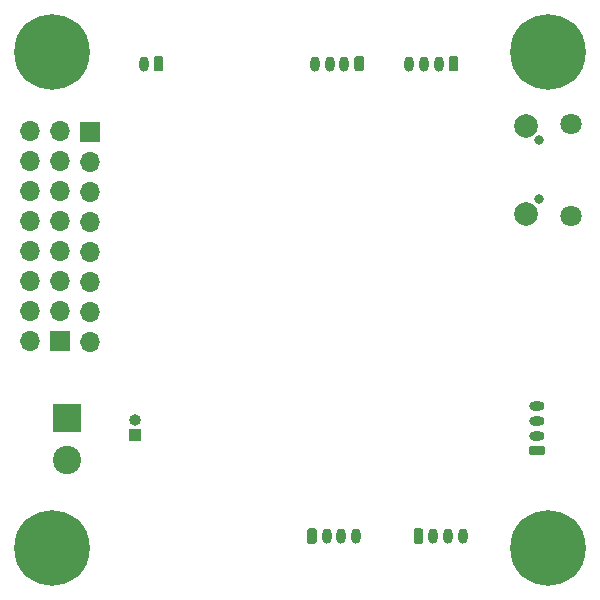
<source format=gbr>
G04 #@! TF.GenerationSoftware,KiCad,Pcbnew,(5.1.5)-3*
G04 #@! TF.CreationDate,2019-12-16T19:18:17+01:00*
G04 #@! TF.ProjectId,HadesMicroJLCPCB,48616465-734d-4696-9372-6f4a4c435043,rev?*
G04 #@! TF.SameCoordinates,Original*
G04 #@! TF.FileFunction,Soldermask,Bot*
G04 #@! TF.FilePolarity,Negative*
%FSLAX46Y46*%
G04 Gerber Fmt 4.6, Leading zero omitted, Abs format (unit mm)*
G04 Created by KiCad (PCBNEW (5.1.5)-3) date 2019-12-16 19:18:17*
%MOMM*%
%LPD*%
G04 APERTURE LIST*
%ADD10C,6.400000*%
%ADD11C,0.800000*%
%ADD12C,2.400000*%
%ADD13R,2.400000X2.400000*%
%ADD14C,0.100000*%
%ADD15O,0.800000X1.300000*%
%ADD16O,1.300000X0.800000*%
%ADD17R,1.000000X1.000000*%
%ADD18O,1.000000X1.000000*%
%ADD19R,1.700000X1.700000*%
%ADD20O,1.700000X1.700000*%
%ADD21C,2.000000*%
%ADD22C,1.800000*%
G04 APERTURE END LIST*
D10*
X66000000Y-66000000D03*
D11*
X68400000Y-66000000D03*
X67697056Y-67697056D03*
X66000000Y-68400000D03*
X64302944Y-67697056D03*
X63600000Y-66000000D03*
X64302944Y-64302944D03*
X66000000Y-63600000D03*
X67697056Y-64302944D03*
X25697056Y-64302944D03*
X24000000Y-63600000D03*
X22302944Y-64302944D03*
X21600000Y-66000000D03*
X22302944Y-67697056D03*
X24000000Y-68400000D03*
X25697056Y-67697056D03*
X26400000Y-66000000D03*
D10*
X24000000Y-66000000D03*
X24000000Y-24000000D03*
D11*
X26400000Y-24000000D03*
X25697056Y-25697056D03*
X24000000Y-26400000D03*
X22302944Y-25697056D03*
X21600000Y-24000000D03*
X22302944Y-22302944D03*
X24000000Y-21600000D03*
X25697056Y-22302944D03*
X67697056Y-22302944D03*
X66000000Y-21600000D03*
X64302944Y-22302944D03*
X63600000Y-24000000D03*
X64302944Y-25697056D03*
X66000000Y-26400000D03*
X67697056Y-25697056D03*
X68400000Y-24000000D03*
D10*
X66000000Y-24000000D03*
D12*
X25298400Y-58516400D03*
D13*
X25298400Y-55016400D03*
D14*
G36*
X46219603Y-64350963D02*
G01*
X46239018Y-64353843D01*
X46258057Y-64358612D01*
X46276537Y-64365224D01*
X46294279Y-64373616D01*
X46311114Y-64383706D01*
X46326879Y-64395398D01*
X46341421Y-64408579D01*
X46354602Y-64423121D01*
X46366294Y-64438886D01*
X46376384Y-64455721D01*
X46384776Y-64473463D01*
X46391388Y-64491943D01*
X46396157Y-64510982D01*
X46399037Y-64530397D01*
X46400000Y-64550000D01*
X46400000Y-65450000D01*
X46399037Y-65469603D01*
X46396157Y-65489018D01*
X46391388Y-65508057D01*
X46384776Y-65526537D01*
X46376384Y-65544279D01*
X46366294Y-65561114D01*
X46354602Y-65576879D01*
X46341421Y-65591421D01*
X46326879Y-65604602D01*
X46311114Y-65616294D01*
X46294279Y-65626384D01*
X46276537Y-65634776D01*
X46258057Y-65641388D01*
X46239018Y-65646157D01*
X46219603Y-65649037D01*
X46200000Y-65650000D01*
X45800000Y-65650000D01*
X45780397Y-65649037D01*
X45760982Y-65646157D01*
X45741943Y-65641388D01*
X45723463Y-65634776D01*
X45705721Y-65626384D01*
X45688886Y-65616294D01*
X45673121Y-65604602D01*
X45658579Y-65591421D01*
X45645398Y-65576879D01*
X45633706Y-65561114D01*
X45623616Y-65544279D01*
X45615224Y-65526537D01*
X45608612Y-65508057D01*
X45603843Y-65489018D01*
X45600963Y-65469603D01*
X45600000Y-65450000D01*
X45600000Y-64550000D01*
X45600963Y-64530397D01*
X45603843Y-64510982D01*
X45608612Y-64491943D01*
X45615224Y-64473463D01*
X45623616Y-64455721D01*
X45633706Y-64438886D01*
X45645398Y-64423121D01*
X45658579Y-64408579D01*
X45673121Y-64395398D01*
X45688886Y-64383706D01*
X45705721Y-64373616D01*
X45723463Y-64365224D01*
X45741943Y-64358612D01*
X45760982Y-64353843D01*
X45780397Y-64350963D01*
X45800000Y-64350000D01*
X46200000Y-64350000D01*
X46219603Y-64350963D01*
G37*
D15*
X47250000Y-65000000D03*
X48500000Y-65000000D03*
X49750000Y-65000000D03*
D16*
X65050800Y-54005400D03*
X65050800Y-55255400D03*
X65050800Y-56505400D03*
D14*
G36*
X65520403Y-57356363D02*
G01*
X65539818Y-57359243D01*
X65558857Y-57364012D01*
X65577337Y-57370624D01*
X65595079Y-57379016D01*
X65611914Y-57389106D01*
X65627679Y-57400798D01*
X65642221Y-57413979D01*
X65655402Y-57428521D01*
X65667094Y-57444286D01*
X65677184Y-57461121D01*
X65685576Y-57478863D01*
X65692188Y-57497343D01*
X65696957Y-57516382D01*
X65699837Y-57535797D01*
X65700800Y-57555400D01*
X65700800Y-57955400D01*
X65699837Y-57975003D01*
X65696957Y-57994418D01*
X65692188Y-58013457D01*
X65685576Y-58031937D01*
X65677184Y-58049679D01*
X65667094Y-58066514D01*
X65655402Y-58082279D01*
X65642221Y-58096821D01*
X65627679Y-58110002D01*
X65611914Y-58121694D01*
X65595079Y-58131784D01*
X65577337Y-58140176D01*
X65558857Y-58146788D01*
X65539818Y-58151557D01*
X65520403Y-58154437D01*
X65500800Y-58155400D01*
X64600800Y-58155400D01*
X64581197Y-58154437D01*
X64561782Y-58151557D01*
X64542743Y-58146788D01*
X64524263Y-58140176D01*
X64506521Y-58131784D01*
X64489686Y-58121694D01*
X64473921Y-58110002D01*
X64459379Y-58096821D01*
X64446198Y-58082279D01*
X64434506Y-58066514D01*
X64424416Y-58049679D01*
X64416024Y-58031937D01*
X64409412Y-58013457D01*
X64404643Y-57994418D01*
X64401763Y-57975003D01*
X64400800Y-57955400D01*
X64400800Y-57555400D01*
X64401763Y-57535797D01*
X64404643Y-57516382D01*
X64409412Y-57497343D01*
X64416024Y-57478863D01*
X64424416Y-57461121D01*
X64434506Y-57444286D01*
X64446198Y-57428521D01*
X64459379Y-57413979D01*
X64473921Y-57400798D01*
X64489686Y-57389106D01*
X64506521Y-57379016D01*
X64524263Y-57370624D01*
X64542743Y-57364012D01*
X64561782Y-57359243D01*
X64581197Y-57356363D01*
X64600800Y-57355400D01*
X65500800Y-57355400D01*
X65520403Y-57356363D01*
G37*
D17*
X31013400Y-56438800D03*
D18*
X31013400Y-55168800D03*
D19*
X24638000Y-48514000D03*
D20*
X22098000Y-48514000D03*
X24638000Y-45974000D03*
X22098000Y-45974000D03*
X24638000Y-43434000D03*
X22098000Y-43434000D03*
X24638000Y-40894000D03*
X22098000Y-40894000D03*
X24638000Y-38354000D03*
X22098000Y-38354000D03*
X24638000Y-35814000D03*
X22098000Y-35814000D03*
X24638000Y-33274000D03*
X22098000Y-33274000D03*
X24638000Y-30734000D03*
X22098000Y-30734000D03*
D19*
X27178000Y-30759400D03*
D20*
X27178000Y-33299400D03*
X27178000Y-35839400D03*
X27178000Y-38379400D03*
X27178000Y-40919400D03*
X27178000Y-43459400D03*
X27178000Y-45999400D03*
X27178000Y-48539400D03*
D14*
G36*
X50219603Y-24350963D02*
G01*
X50239018Y-24353843D01*
X50258057Y-24358612D01*
X50276537Y-24365224D01*
X50294279Y-24373616D01*
X50311114Y-24383706D01*
X50326879Y-24395398D01*
X50341421Y-24408579D01*
X50354602Y-24423121D01*
X50366294Y-24438886D01*
X50376384Y-24455721D01*
X50384776Y-24473463D01*
X50391388Y-24491943D01*
X50396157Y-24510982D01*
X50399037Y-24530397D01*
X50400000Y-24550000D01*
X50400000Y-25450000D01*
X50399037Y-25469603D01*
X50396157Y-25489018D01*
X50391388Y-25508057D01*
X50384776Y-25526537D01*
X50376384Y-25544279D01*
X50366294Y-25561114D01*
X50354602Y-25576879D01*
X50341421Y-25591421D01*
X50326879Y-25604602D01*
X50311114Y-25616294D01*
X50294279Y-25626384D01*
X50276537Y-25634776D01*
X50258057Y-25641388D01*
X50239018Y-25646157D01*
X50219603Y-25649037D01*
X50200000Y-25650000D01*
X49800000Y-25650000D01*
X49780397Y-25649037D01*
X49760982Y-25646157D01*
X49741943Y-25641388D01*
X49723463Y-25634776D01*
X49705721Y-25626384D01*
X49688886Y-25616294D01*
X49673121Y-25604602D01*
X49658579Y-25591421D01*
X49645398Y-25576879D01*
X49633706Y-25561114D01*
X49623616Y-25544279D01*
X49615224Y-25526537D01*
X49608612Y-25508057D01*
X49603843Y-25489018D01*
X49600963Y-25469603D01*
X49600000Y-25450000D01*
X49600000Y-24550000D01*
X49600963Y-24530397D01*
X49603843Y-24510982D01*
X49608612Y-24491943D01*
X49615224Y-24473463D01*
X49623616Y-24455721D01*
X49633706Y-24438886D01*
X49645398Y-24423121D01*
X49658579Y-24408579D01*
X49673121Y-24395398D01*
X49688886Y-24383706D01*
X49705721Y-24373616D01*
X49723463Y-24365224D01*
X49741943Y-24358612D01*
X49760982Y-24353843D01*
X49780397Y-24350963D01*
X49800000Y-24350000D01*
X50200000Y-24350000D01*
X50219603Y-24350963D01*
G37*
D15*
X48750000Y-25000000D03*
X47500000Y-25000000D03*
X46250000Y-25000000D03*
D14*
G36*
X55219603Y-64350963D02*
G01*
X55239018Y-64353843D01*
X55258057Y-64358612D01*
X55276537Y-64365224D01*
X55294279Y-64373616D01*
X55311114Y-64383706D01*
X55326879Y-64395398D01*
X55341421Y-64408579D01*
X55354602Y-64423121D01*
X55366294Y-64438886D01*
X55376384Y-64455721D01*
X55384776Y-64473463D01*
X55391388Y-64491943D01*
X55396157Y-64510982D01*
X55399037Y-64530397D01*
X55400000Y-64550000D01*
X55400000Y-65450000D01*
X55399037Y-65469603D01*
X55396157Y-65489018D01*
X55391388Y-65508057D01*
X55384776Y-65526537D01*
X55376384Y-65544279D01*
X55366294Y-65561114D01*
X55354602Y-65576879D01*
X55341421Y-65591421D01*
X55326879Y-65604602D01*
X55311114Y-65616294D01*
X55294279Y-65626384D01*
X55276537Y-65634776D01*
X55258057Y-65641388D01*
X55239018Y-65646157D01*
X55219603Y-65649037D01*
X55200000Y-65650000D01*
X54800000Y-65650000D01*
X54780397Y-65649037D01*
X54760982Y-65646157D01*
X54741943Y-65641388D01*
X54723463Y-65634776D01*
X54705721Y-65626384D01*
X54688886Y-65616294D01*
X54673121Y-65604602D01*
X54658579Y-65591421D01*
X54645398Y-65576879D01*
X54633706Y-65561114D01*
X54623616Y-65544279D01*
X54615224Y-65526537D01*
X54608612Y-65508057D01*
X54603843Y-65489018D01*
X54600963Y-65469603D01*
X54600000Y-65450000D01*
X54600000Y-64550000D01*
X54600963Y-64530397D01*
X54603843Y-64510982D01*
X54608612Y-64491943D01*
X54615224Y-64473463D01*
X54623616Y-64455721D01*
X54633706Y-64438886D01*
X54645398Y-64423121D01*
X54658579Y-64408579D01*
X54673121Y-64395398D01*
X54688886Y-64383706D01*
X54705721Y-64373616D01*
X54723463Y-64365224D01*
X54741943Y-64358612D01*
X54760982Y-64353843D01*
X54780397Y-64350963D01*
X54800000Y-64350000D01*
X55200000Y-64350000D01*
X55219603Y-64350963D01*
G37*
D15*
X56250000Y-65000000D03*
X57500000Y-65000000D03*
X58750000Y-65000000D03*
X54250000Y-25000000D03*
X55500000Y-25000000D03*
X56750000Y-25000000D03*
D14*
G36*
X58219603Y-24350963D02*
G01*
X58239018Y-24353843D01*
X58258057Y-24358612D01*
X58276537Y-24365224D01*
X58294279Y-24373616D01*
X58311114Y-24383706D01*
X58326879Y-24395398D01*
X58341421Y-24408579D01*
X58354602Y-24423121D01*
X58366294Y-24438886D01*
X58376384Y-24455721D01*
X58384776Y-24473463D01*
X58391388Y-24491943D01*
X58396157Y-24510982D01*
X58399037Y-24530397D01*
X58400000Y-24550000D01*
X58400000Y-25450000D01*
X58399037Y-25469603D01*
X58396157Y-25489018D01*
X58391388Y-25508057D01*
X58384776Y-25526537D01*
X58376384Y-25544279D01*
X58366294Y-25561114D01*
X58354602Y-25576879D01*
X58341421Y-25591421D01*
X58326879Y-25604602D01*
X58311114Y-25616294D01*
X58294279Y-25626384D01*
X58276537Y-25634776D01*
X58258057Y-25641388D01*
X58239018Y-25646157D01*
X58219603Y-25649037D01*
X58200000Y-25650000D01*
X57800000Y-25650000D01*
X57780397Y-25649037D01*
X57760982Y-25646157D01*
X57741943Y-25641388D01*
X57723463Y-25634776D01*
X57705721Y-25626384D01*
X57688886Y-25616294D01*
X57673121Y-25604602D01*
X57658579Y-25591421D01*
X57645398Y-25576879D01*
X57633706Y-25561114D01*
X57623616Y-25544279D01*
X57615224Y-25526537D01*
X57608612Y-25508057D01*
X57603843Y-25489018D01*
X57600963Y-25469603D01*
X57600000Y-25450000D01*
X57600000Y-24550000D01*
X57600963Y-24530397D01*
X57603843Y-24510982D01*
X57608612Y-24491943D01*
X57615224Y-24473463D01*
X57623616Y-24455721D01*
X57633706Y-24438886D01*
X57645398Y-24423121D01*
X57658579Y-24408579D01*
X57673121Y-24395398D01*
X57688886Y-24383706D01*
X57705721Y-24373616D01*
X57723463Y-24365224D01*
X57741943Y-24358612D01*
X57760982Y-24353843D01*
X57780397Y-24350963D01*
X57800000Y-24350000D01*
X58200000Y-24350000D01*
X58219603Y-24350963D01*
G37*
D21*
X64150000Y-37725000D03*
X64150000Y-30275000D03*
D22*
X67950000Y-37875000D03*
X67950000Y-30125000D03*
D11*
X65200000Y-36500000D03*
X65200000Y-31500000D03*
D14*
G36*
X33219603Y-24350963D02*
G01*
X33239018Y-24353843D01*
X33258057Y-24358612D01*
X33276537Y-24365224D01*
X33294279Y-24373616D01*
X33311114Y-24383706D01*
X33326879Y-24395398D01*
X33341421Y-24408579D01*
X33354602Y-24423121D01*
X33366294Y-24438886D01*
X33376384Y-24455721D01*
X33384776Y-24473463D01*
X33391388Y-24491943D01*
X33396157Y-24510982D01*
X33399037Y-24530397D01*
X33400000Y-24550000D01*
X33400000Y-25450000D01*
X33399037Y-25469603D01*
X33396157Y-25489018D01*
X33391388Y-25508057D01*
X33384776Y-25526537D01*
X33376384Y-25544279D01*
X33366294Y-25561114D01*
X33354602Y-25576879D01*
X33341421Y-25591421D01*
X33326879Y-25604602D01*
X33311114Y-25616294D01*
X33294279Y-25626384D01*
X33276537Y-25634776D01*
X33258057Y-25641388D01*
X33239018Y-25646157D01*
X33219603Y-25649037D01*
X33200000Y-25650000D01*
X32800000Y-25650000D01*
X32780397Y-25649037D01*
X32760982Y-25646157D01*
X32741943Y-25641388D01*
X32723463Y-25634776D01*
X32705721Y-25626384D01*
X32688886Y-25616294D01*
X32673121Y-25604602D01*
X32658579Y-25591421D01*
X32645398Y-25576879D01*
X32633706Y-25561114D01*
X32623616Y-25544279D01*
X32615224Y-25526537D01*
X32608612Y-25508057D01*
X32603843Y-25489018D01*
X32600963Y-25469603D01*
X32600000Y-25450000D01*
X32600000Y-24550000D01*
X32600963Y-24530397D01*
X32603843Y-24510982D01*
X32608612Y-24491943D01*
X32615224Y-24473463D01*
X32623616Y-24455721D01*
X32633706Y-24438886D01*
X32645398Y-24423121D01*
X32658579Y-24408579D01*
X32673121Y-24395398D01*
X32688886Y-24383706D01*
X32705721Y-24373616D01*
X32723463Y-24365224D01*
X32741943Y-24358612D01*
X32760982Y-24353843D01*
X32780397Y-24350963D01*
X32800000Y-24350000D01*
X33200000Y-24350000D01*
X33219603Y-24350963D01*
G37*
D15*
X31750000Y-25000000D03*
M02*

</source>
